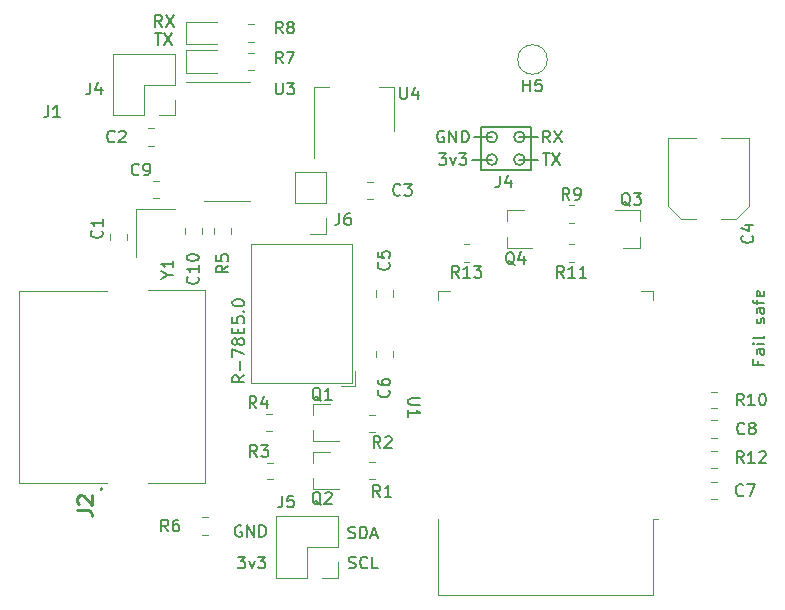
<source format=gto>
G04 #@! TF.GenerationSoftware,KiCad,Pcbnew,(5.1.9-0-10_14)*
G04 #@! TF.CreationDate,2021-10-19T13:09:04+02:00*
G04 #@! TF.ProjectId,ithowifi_4l,6974686f-7769-4666-995f-346c2e6b6963,rev?*
G04 #@! TF.SameCoordinates,Original*
G04 #@! TF.FileFunction,Legend,Top*
G04 #@! TF.FilePolarity,Positive*
%FSLAX46Y46*%
G04 Gerber Fmt 4.6, Leading zero omitted, Abs format (unit mm)*
G04 Created by KiCad (PCBNEW (5.1.9-0-10_14)) date 2021-10-19 13:09:04*
%MOMM*%
%LPD*%
G01*
G04 APERTURE LIST*
%ADD10C,0.150000*%
%ADD11C,0.120000*%
%ADD12C,0.200000*%
%ADD13C,0.100000*%
%ADD14C,0.254000*%
G04 APERTURE END LIST*
D10*
X93776095Y-119380000D02*
X95377000Y-119380000D01*
X93776095Y-117475000D02*
X95377000Y-117475000D01*
X91440000Y-117475000D02*
X89916000Y-117475000D01*
X91440000Y-119380000D02*
X89789000Y-119380000D01*
X94234000Y-117475000D02*
G75*
G03*
X94234000Y-117475000I-457905J0D01*
G01*
X94234000Y-119380000D02*
G75*
G03*
X94234000Y-119380000I-457905J0D01*
G01*
X91897905Y-117475000D02*
G75*
G03*
X91897905Y-117475000I-457905J0D01*
G01*
X91897905Y-119380000D02*
G75*
G03*
X91897905Y-119380000I-457905J0D01*
G01*
X90551000Y-116586000D02*
X90551000Y-116713000D01*
X94742000Y-116586000D02*
X90551000Y-116586000D01*
X94742000Y-120269000D02*
X94742000Y-116586000D01*
X90551000Y-120269000D02*
X94742000Y-120269000D01*
X90551000Y-116713000D02*
X90551000Y-120269000D01*
X92122666Y-120737380D02*
X92122666Y-121451666D01*
X92075047Y-121594523D01*
X91979809Y-121689761D01*
X91836952Y-121737380D01*
X91741714Y-121737380D01*
X93027428Y-121070714D02*
X93027428Y-121737380D01*
X92789333Y-120689761D02*
X92551238Y-121404047D01*
X93170285Y-121404047D01*
X95758095Y-118832380D02*
X96329523Y-118832380D01*
X96043809Y-119832380D02*
X96043809Y-118832380D01*
X96567619Y-118832380D02*
X97234285Y-119832380D01*
X97234285Y-118832380D02*
X96567619Y-119832380D01*
X96353333Y-117927380D02*
X96020000Y-117451190D01*
X95781904Y-117927380D02*
X95781904Y-116927380D01*
X96162857Y-116927380D01*
X96258095Y-116975000D01*
X96305714Y-117022619D01*
X96353333Y-117117857D01*
X96353333Y-117260714D01*
X96305714Y-117355952D01*
X96258095Y-117403571D01*
X96162857Y-117451190D01*
X95781904Y-117451190D01*
X96686666Y-116927380D02*
X97353333Y-117927380D01*
X97353333Y-116927380D02*
X96686666Y-117927380D01*
X86947523Y-118832380D02*
X87566571Y-118832380D01*
X87233238Y-119213333D01*
X87376095Y-119213333D01*
X87471333Y-119260952D01*
X87518952Y-119308571D01*
X87566571Y-119403809D01*
X87566571Y-119641904D01*
X87518952Y-119737142D01*
X87471333Y-119784761D01*
X87376095Y-119832380D01*
X87090380Y-119832380D01*
X86995142Y-119784761D01*
X86947523Y-119737142D01*
X87899904Y-119165714D02*
X88138000Y-119832380D01*
X88376095Y-119165714D01*
X88661809Y-118832380D02*
X89280857Y-118832380D01*
X88947523Y-119213333D01*
X89090380Y-119213333D01*
X89185619Y-119260952D01*
X89233238Y-119308571D01*
X89280857Y-119403809D01*
X89280857Y-119641904D01*
X89233238Y-119737142D01*
X89185619Y-119784761D01*
X89090380Y-119832380D01*
X88804666Y-119832380D01*
X88709428Y-119784761D01*
X88661809Y-119737142D01*
X87376095Y-116975000D02*
X87280857Y-116927380D01*
X87138000Y-116927380D01*
X86995142Y-116975000D01*
X86899904Y-117070238D01*
X86852285Y-117165476D01*
X86804666Y-117355952D01*
X86804666Y-117498809D01*
X86852285Y-117689285D01*
X86899904Y-117784523D01*
X86995142Y-117879761D01*
X87138000Y-117927380D01*
X87233238Y-117927380D01*
X87376095Y-117879761D01*
X87423714Y-117832142D01*
X87423714Y-117498809D01*
X87233238Y-117498809D01*
X87852285Y-117927380D02*
X87852285Y-116927380D01*
X88423714Y-117927380D01*
X88423714Y-116927380D01*
X88899904Y-117927380D02*
X88899904Y-116927380D01*
X89138000Y-116927380D01*
X89280857Y-116975000D01*
X89376095Y-117070238D01*
X89423714Y-117165476D01*
X89471333Y-117355952D01*
X89471333Y-117498809D01*
X89423714Y-117689285D01*
X89376095Y-117784523D01*
X89280857Y-117879761D01*
X89138000Y-117927380D01*
X88899904Y-117927380D01*
X69929523Y-152995380D02*
X70548571Y-152995380D01*
X70215238Y-153376333D01*
X70358095Y-153376333D01*
X70453333Y-153423952D01*
X70500952Y-153471571D01*
X70548571Y-153566809D01*
X70548571Y-153804904D01*
X70500952Y-153900142D01*
X70453333Y-153947761D01*
X70358095Y-153995380D01*
X70072380Y-153995380D01*
X69977142Y-153947761D01*
X69929523Y-153900142D01*
X70881904Y-153328714D02*
X71120000Y-153995380D01*
X71358095Y-153328714D01*
X71643809Y-152995380D02*
X72262857Y-152995380D01*
X71929523Y-153376333D01*
X72072380Y-153376333D01*
X72167619Y-153423952D01*
X72215238Y-153471571D01*
X72262857Y-153566809D01*
X72262857Y-153804904D01*
X72215238Y-153900142D01*
X72167619Y-153947761D01*
X72072380Y-153995380D01*
X71786666Y-153995380D01*
X71691428Y-153947761D01*
X71643809Y-153900142D01*
X70231095Y-150376000D02*
X70135857Y-150328380D01*
X69993000Y-150328380D01*
X69850142Y-150376000D01*
X69754904Y-150471238D01*
X69707285Y-150566476D01*
X69659666Y-150756952D01*
X69659666Y-150899809D01*
X69707285Y-151090285D01*
X69754904Y-151185523D01*
X69850142Y-151280761D01*
X69993000Y-151328380D01*
X70088238Y-151328380D01*
X70231095Y-151280761D01*
X70278714Y-151233142D01*
X70278714Y-150899809D01*
X70088238Y-150899809D01*
X70707285Y-151328380D02*
X70707285Y-150328380D01*
X71278714Y-151328380D01*
X71278714Y-150328380D01*
X71754904Y-151328380D02*
X71754904Y-150328380D01*
X71993000Y-150328380D01*
X72135857Y-150376000D01*
X72231095Y-150471238D01*
X72278714Y-150566476D01*
X72326333Y-150756952D01*
X72326333Y-150899809D01*
X72278714Y-151090285D01*
X72231095Y-151185523D01*
X72135857Y-151280761D01*
X71993000Y-151328380D01*
X71754904Y-151328380D01*
X79303714Y-151407761D02*
X79446571Y-151455380D01*
X79684666Y-151455380D01*
X79779904Y-151407761D01*
X79827523Y-151360142D01*
X79875142Y-151264904D01*
X79875142Y-151169666D01*
X79827523Y-151074428D01*
X79779904Y-151026809D01*
X79684666Y-150979190D01*
X79494190Y-150931571D01*
X79398952Y-150883952D01*
X79351333Y-150836333D01*
X79303714Y-150741095D01*
X79303714Y-150645857D01*
X79351333Y-150550619D01*
X79398952Y-150503000D01*
X79494190Y-150455380D01*
X79732285Y-150455380D01*
X79875142Y-150503000D01*
X80303714Y-151455380D02*
X80303714Y-150455380D01*
X80541809Y-150455380D01*
X80684666Y-150503000D01*
X80779904Y-150598238D01*
X80827523Y-150693476D01*
X80875142Y-150883952D01*
X80875142Y-151026809D01*
X80827523Y-151217285D01*
X80779904Y-151312523D01*
X80684666Y-151407761D01*
X80541809Y-151455380D01*
X80303714Y-151455380D01*
X81256095Y-151169666D02*
X81732285Y-151169666D01*
X81160857Y-151455380D02*
X81494190Y-150455380D01*
X81827523Y-151455380D01*
X79327523Y-153947761D02*
X79470380Y-153995380D01*
X79708476Y-153995380D01*
X79803714Y-153947761D01*
X79851333Y-153900142D01*
X79898952Y-153804904D01*
X79898952Y-153709666D01*
X79851333Y-153614428D01*
X79803714Y-153566809D01*
X79708476Y-153519190D01*
X79518000Y-153471571D01*
X79422761Y-153423952D01*
X79375142Y-153376333D01*
X79327523Y-153281095D01*
X79327523Y-153185857D01*
X79375142Y-153090619D01*
X79422761Y-153043000D01*
X79518000Y-152995380D01*
X79756095Y-152995380D01*
X79898952Y-153043000D01*
X80898952Y-153900142D02*
X80851333Y-153947761D01*
X80708476Y-153995380D01*
X80613238Y-153995380D01*
X80470380Y-153947761D01*
X80375142Y-153852523D01*
X80327523Y-153757285D01*
X80279904Y-153566809D01*
X80279904Y-153423952D01*
X80327523Y-153233476D01*
X80375142Y-153138238D01*
X80470380Y-153043000D01*
X80613238Y-152995380D01*
X80708476Y-152995380D01*
X80851333Y-153043000D01*
X80898952Y-153090619D01*
X81803714Y-153995380D02*
X81327523Y-153995380D01*
X81327523Y-152995380D01*
D11*
X77403000Y-120463000D02*
X74743000Y-120463000D01*
X77403000Y-123063000D02*
X77403000Y-120463000D01*
X74743000Y-123063000D02*
X74743000Y-120463000D01*
X77403000Y-123063000D02*
X74743000Y-123063000D01*
X77403000Y-124333000D02*
X77403000Y-125663000D01*
X77403000Y-125663000D02*
X76073000Y-125663000D01*
X64642000Y-123603000D02*
X61342000Y-123603000D01*
X61342000Y-123603000D02*
X61342000Y-127603000D01*
X69013400Y-112799600D02*
X65563400Y-112799600D01*
X69013400Y-112799600D02*
X70963400Y-112799600D01*
X69013400Y-122919600D02*
X67063400Y-122919600D01*
X69013400Y-122919600D02*
X70963400Y-122919600D01*
X96132700Y-110909100D02*
G75*
G03*
X96132700Y-110909100I-1251000J0D01*
G01*
X65432000Y-125148748D02*
X65432000Y-125671252D01*
X66902000Y-125148748D02*
X66902000Y-125671252D01*
X63253252Y-121185000D02*
X62730748Y-121185000D01*
X63253252Y-122655000D02*
X62730748Y-122655000D01*
X109989948Y-142924200D02*
X110512452Y-142924200D01*
X109989948Y-141454200D02*
X110512452Y-141454200D01*
X64576000Y-110430000D02*
X59376000Y-110430000D01*
X64576000Y-113030000D02*
X64576000Y-110430000D01*
X59376000Y-115630000D02*
X59376000Y-110430000D01*
X64576000Y-113030000D02*
X61976000Y-113030000D01*
X61976000Y-113030000D02*
X61976000Y-115630000D01*
X61976000Y-115630000D02*
X59376000Y-115630000D01*
X64576000Y-114300000D02*
X64576000Y-115630000D01*
X64576000Y-115630000D02*
X63246000Y-115630000D01*
X81399052Y-122718500D02*
X80876548Y-122718500D01*
X81399052Y-121248500D02*
X80876548Y-121248500D01*
X97950436Y-124721000D02*
X98404564Y-124721000D01*
X97950436Y-123251000D02*
X98404564Y-123251000D01*
X71276564Y-107931000D02*
X70822436Y-107931000D01*
X71276564Y-109401000D02*
X70822436Y-109401000D01*
X71276564Y-110357000D02*
X70822436Y-110357000D01*
X71276564Y-111827000D02*
X70822436Y-111827000D01*
X67369564Y-149667000D02*
X66915436Y-149667000D01*
X67369564Y-151137000D02*
X66915436Y-151137000D01*
X62811252Y-116740000D02*
X62288748Y-116740000D01*
X62811252Y-118210000D02*
X62288748Y-118210000D01*
X60552000Y-126179252D02*
X60552000Y-125656748D01*
X59082000Y-126179252D02*
X59082000Y-125656748D01*
X76367300Y-119217500D02*
X76367300Y-113207500D01*
X83187300Y-116967500D02*
X83187300Y-113207500D01*
X76367300Y-113207500D02*
X77627300Y-113207500D01*
X83187300Y-113207500D02*
X81927300Y-113207500D01*
X79880000Y-138519000D02*
X79880000Y-137279000D01*
X78640000Y-138519000D02*
X79880000Y-138519000D01*
X71020000Y-126558000D02*
X79640000Y-126558000D01*
X71020000Y-138279000D02*
X79640000Y-138279000D01*
X79640000Y-138279000D02*
X79640000Y-126558000D01*
X71020000Y-138279000D02*
X71020000Y-126558000D01*
X89514564Y-126553000D02*
X89060436Y-126553000D01*
X89514564Y-128023000D02*
X89060436Y-128023000D01*
X110469564Y-144019600D02*
X110015436Y-144019600D01*
X110469564Y-145489600D02*
X110015436Y-145489600D01*
X98404564Y-126553000D02*
X97950436Y-126553000D01*
X98404564Y-128023000D02*
X97950436Y-128023000D01*
X92695000Y-123676000D02*
X94155000Y-123676000D01*
X92695000Y-126836000D02*
X94855000Y-126836000D01*
X92695000Y-126836000D02*
X92695000Y-125906000D01*
X92695000Y-123676000D02*
X92695000Y-124606000D01*
X104010000Y-126836000D02*
X102550000Y-126836000D01*
X104010000Y-123676000D02*
X101850000Y-123676000D01*
X104010000Y-123676000D02*
X104010000Y-124606000D01*
X104010000Y-126836000D02*
X104010000Y-125906000D01*
D12*
X58372500Y-147376500D02*
X58372500Y-147376500D01*
X58372500Y-147176500D02*
X58372500Y-147176500D01*
D13*
X51432500Y-146736500D02*
X58832500Y-146736500D01*
X51432500Y-130476500D02*
X51432500Y-146736500D01*
X58832500Y-130476500D02*
X51432500Y-130476500D01*
X67182500Y-146736500D02*
X62332500Y-146736500D01*
X67182500Y-130456500D02*
X67182500Y-146736500D01*
X62332500Y-130456500D02*
X67182500Y-130456500D01*
D12*
X58372500Y-147376500D02*
G75*
G02*
X58372500Y-147176500I0J100000D01*
G01*
X58372500Y-147176500D02*
G75*
G02*
X58372500Y-147376500I0J-100000D01*
G01*
D11*
X110493252Y-146677500D02*
X109970748Y-146677500D01*
X110493252Y-148147500D02*
X109970748Y-148147500D01*
X81607500Y-135596748D02*
X81607500Y-136119252D01*
X83077500Y-135596748D02*
X83077500Y-136119252D01*
X112152563Y-124399000D02*
X113217000Y-123334563D01*
X107461437Y-124399000D02*
X106397000Y-123334563D01*
X107461437Y-124399000D02*
X108747000Y-124399000D01*
X112152563Y-124399000D02*
X110867000Y-124399000D01*
X113217000Y-123334563D02*
X113217000Y-117579000D01*
X106397000Y-123334563D02*
X106397000Y-117579000D01*
X106397000Y-117579000D02*
X108747000Y-117579000D01*
X113217000Y-117579000D02*
X110867000Y-117579000D01*
X78402000Y-154780000D02*
X77072000Y-154780000D01*
X78402000Y-153450000D02*
X78402000Y-154780000D01*
X75802000Y-154780000D02*
X73202000Y-154780000D01*
X75802000Y-152180000D02*
X75802000Y-154780000D01*
X78402000Y-152180000D02*
X75802000Y-152180000D01*
X73202000Y-154780000D02*
X73202000Y-149580000D01*
X78402000Y-152180000D02*
X78402000Y-149580000D01*
X78402000Y-149580000D02*
X73202000Y-149580000D01*
X105097600Y-149805400D02*
X105477600Y-149805400D01*
X105097600Y-156225400D02*
X105097600Y-149805400D01*
X86857600Y-156225400D02*
X86857600Y-149805400D01*
X105097600Y-156225400D02*
X86857600Y-156225400D01*
X86857600Y-130480400D02*
X87857600Y-130480400D01*
X86857600Y-131260400D02*
X86857600Y-130480400D01*
X105097600Y-130480400D02*
X104097600Y-130480400D01*
X105097600Y-131260400D02*
X105097600Y-130480400D01*
X110477578Y-139024000D02*
X109960422Y-139024000D01*
X110477578Y-140444000D02*
X109960422Y-140444000D01*
X65514500Y-112052000D02*
X68199500Y-112052000D01*
X65514500Y-110132000D02*
X65514500Y-112052000D01*
X68199500Y-110132000D02*
X65514500Y-110132000D01*
X81632500Y-130458422D02*
X81632500Y-130975578D01*
X83052500Y-130458422D02*
X83052500Y-130975578D01*
X65514500Y-109626000D02*
X68199500Y-109626000D01*
X65514500Y-107706000D02*
X65514500Y-109626000D01*
X68199500Y-107706000D02*
X65514500Y-107706000D01*
X67946200Y-125138922D02*
X67946200Y-125656078D01*
X69366200Y-125138922D02*
X69366200Y-125656078D01*
X72837078Y-140916500D02*
X72319922Y-140916500D01*
X72837078Y-142336500D02*
X72319922Y-142336500D01*
X72889578Y-145045000D02*
X72372422Y-145045000D01*
X72889578Y-146465000D02*
X72372422Y-146465000D01*
X81052922Y-142412500D02*
X81570078Y-142412500D01*
X81052922Y-140992500D02*
X81570078Y-140992500D01*
X81052922Y-146413000D02*
X81570078Y-146413000D01*
X81052922Y-144993000D02*
X81570078Y-144993000D01*
X76301000Y-140087100D02*
X77761000Y-140087100D01*
X76301000Y-143247100D02*
X78461000Y-143247100D01*
X76301000Y-143247100D02*
X76301000Y-142317100D01*
X76301000Y-140087100D02*
X76301000Y-141017100D01*
X76301000Y-144149600D02*
X77761000Y-144149600D01*
X76301000Y-147309600D02*
X78461000Y-147309600D01*
X76301000Y-147309600D02*
X76301000Y-146379600D01*
X76301000Y-144149600D02*
X76301000Y-145079600D01*
D10*
X78533666Y-123912380D02*
X78533666Y-124626666D01*
X78486047Y-124769523D01*
X78390809Y-124864761D01*
X78247952Y-124912380D01*
X78152714Y-124912380D01*
X79438428Y-123912380D02*
X79247952Y-123912380D01*
X79152714Y-123960000D01*
X79105095Y-124007619D01*
X79009857Y-124150476D01*
X78962238Y-124340952D01*
X78962238Y-124721904D01*
X79009857Y-124817142D01*
X79057476Y-124864761D01*
X79152714Y-124912380D01*
X79343190Y-124912380D01*
X79438428Y-124864761D01*
X79486047Y-124817142D01*
X79533666Y-124721904D01*
X79533666Y-124483809D01*
X79486047Y-124388571D01*
X79438428Y-124340952D01*
X79343190Y-124293333D01*
X79152714Y-124293333D01*
X79057476Y-124340952D01*
X79009857Y-124388571D01*
X78962238Y-124483809D01*
X63984190Y-129127190D02*
X64460380Y-129127190D01*
X63460380Y-129460523D02*
X63984190Y-129127190D01*
X63460380Y-128793857D01*
X64460380Y-127936714D02*
X64460380Y-128508142D01*
X64460380Y-128222428D02*
X63460380Y-128222428D01*
X63603238Y-128317666D01*
X63698476Y-128412904D01*
X63746095Y-128508142D01*
X73152095Y-112863380D02*
X73152095Y-113672904D01*
X73199714Y-113768142D01*
X73247333Y-113815761D01*
X73342571Y-113863380D01*
X73533047Y-113863380D01*
X73628285Y-113815761D01*
X73675904Y-113768142D01*
X73723523Y-113672904D01*
X73723523Y-112863380D01*
X74104476Y-112863380D02*
X74723523Y-112863380D01*
X74390190Y-113244333D01*
X74533047Y-113244333D01*
X74628285Y-113291952D01*
X74675904Y-113339571D01*
X74723523Y-113434809D01*
X74723523Y-113672904D01*
X74675904Y-113768142D01*
X74628285Y-113815761D01*
X74533047Y-113863380D01*
X74247333Y-113863380D01*
X74152095Y-113815761D01*
X74104476Y-113768142D01*
X94119795Y-113611480D02*
X94119795Y-112611480D01*
X94119795Y-113087671D02*
X94691223Y-113087671D01*
X94691223Y-113611480D02*
X94691223Y-112611480D01*
X95643604Y-112611480D02*
X95167414Y-112611480D01*
X95119795Y-113087671D01*
X95167414Y-113040052D01*
X95262652Y-112992433D01*
X95500747Y-112992433D01*
X95595985Y-113040052D01*
X95643604Y-113087671D01*
X95691223Y-113182909D01*
X95691223Y-113421004D01*
X95643604Y-113516242D01*
X95595985Y-113563861D01*
X95500747Y-113611480D01*
X95262652Y-113611480D01*
X95167414Y-113563861D01*
X95119795Y-113516242D01*
X66524142Y-129293857D02*
X66571761Y-129341476D01*
X66619380Y-129484333D01*
X66619380Y-129579571D01*
X66571761Y-129722428D01*
X66476523Y-129817666D01*
X66381285Y-129865285D01*
X66190809Y-129912904D01*
X66047952Y-129912904D01*
X65857476Y-129865285D01*
X65762238Y-129817666D01*
X65667000Y-129722428D01*
X65619380Y-129579571D01*
X65619380Y-129484333D01*
X65667000Y-129341476D01*
X65714619Y-129293857D01*
X66619380Y-128341476D02*
X66619380Y-128912904D01*
X66619380Y-128627190D02*
X65619380Y-128627190D01*
X65762238Y-128722428D01*
X65857476Y-128817666D01*
X65905095Y-128912904D01*
X65619380Y-127722428D02*
X65619380Y-127627190D01*
X65667000Y-127531952D01*
X65714619Y-127484333D01*
X65809857Y-127436714D01*
X66000333Y-127389095D01*
X66238428Y-127389095D01*
X66428904Y-127436714D01*
X66524142Y-127484333D01*
X66571761Y-127531952D01*
X66619380Y-127627190D01*
X66619380Y-127722428D01*
X66571761Y-127817666D01*
X66524142Y-127865285D01*
X66428904Y-127912904D01*
X66238428Y-127960523D01*
X66000333Y-127960523D01*
X65809857Y-127912904D01*
X65714619Y-127865285D01*
X65667000Y-127817666D01*
X65619380Y-127722428D01*
X61555333Y-120626142D02*
X61507714Y-120673761D01*
X61364857Y-120721380D01*
X61269619Y-120721380D01*
X61126761Y-120673761D01*
X61031523Y-120578523D01*
X60983904Y-120483285D01*
X60936285Y-120292809D01*
X60936285Y-120149952D01*
X60983904Y-119959476D01*
X61031523Y-119864238D01*
X61126761Y-119769000D01*
X61269619Y-119721380D01*
X61364857Y-119721380D01*
X61507714Y-119769000D01*
X61555333Y-119816619D01*
X62031523Y-120721380D02*
X62222000Y-120721380D01*
X62317238Y-120673761D01*
X62364857Y-120626142D01*
X62460095Y-120483285D01*
X62507714Y-120292809D01*
X62507714Y-119911857D01*
X62460095Y-119816619D01*
X62412476Y-119769000D01*
X62317238Y-119721380D01*
X62126761Y-119721380D01*
X62031523Y-119769000D01*
X61983904Y-119816619D01*
X61936285Y-119911857D01*
X61936285Y-120149952D01*
X61983904Y-120245190D01*
X62031523Y-120292809D01*
X62126761Y-120340428D01*
X62317238Y-120340428D01*
X62412476Y-120292809D01*
X62460095Y-120245190D01*
X62507714Y-120149952D01*
X113999971Y-136399904D02*
X113999971Y-136733238D01*
X114523780Y-136733238D02*
X113523780Y-136733238D01*
X113523780Y-136257047D01*
X114523780Y-135447523D02*
X113999971Y-135447523D01*
X113904733Y-135495142D01*
X113857114Y-135590380D01*
X113857114Y-135780857D01*
X113904733Y-135876095D01*
X114476161Y-135447523D02*
X114523780Y-135542761D01*
X114523780Y-135780857D01*
X114476161Y-135876095D01*
X114380923Y-135923714D01*
X114285685Y-135923714D01*
X114190447Y-135876095D01*
X114142828Y-135780857D01*
X114142828Y-135542761D01*
X114095209Y-135447523D01*
X114523780Y-134971333D02*
X113857114Y-134971333D01*
X113523780Y-134971333D02*
X113571400Y-135018952D01*
X113619019Y-134971333D01*
X113571400Y-134923714D01*
X113523780Y-134971333D01*
X113619019Y-134971333D01*
X114523780Y-134352285D02*
X114476161Y-134447523D01*
X114380923Y-134495142D01*
X113523780Y-134495142D01*
X114476161Y-133257047D02*
X114523780Y-133161809D01*
X114523780Y-132971333D01*
X114476161Y-132876095D01*
X114380923Y-132828476D01*
X114333304Y-132828476D01*
X114238066Y-132876095D01*
X114190447Y-132971333D01*
X114190447Y-133114190D01*
X114142828Y-133209428D01*
X114047590Y-133257047D01*
X113999971Y-133257047D01*
X113904733Y-133209428D01*
X113857114Y-133114190D01*
X113857114Y-132971333D01*
X113904733Y-132876095D01*
X114523780Y-131971333D02*
X113999971Y-131971333D01*
X113904733Y-132018952D01*
X113857114Y-132114190D01*
X113857114Y-132304666D01*
X113904733Y-132399904D01*
X114476161Y-131971333D02*
X114523780Y-132066571D01*
X114523780Y-132304666D01*
X114476161Y-132399904D01*
X114380923Y-132447523D01*
X114285685Y-132447523D01*
X114190447Y-132399904D01*
X114142828Y-132304666D01*
X114142828Y-132066571D01*
X114095209Y-131971333D01*
X113857114Y-131638000D02*
X113857114Y-131257047D01*
X114523780Y-131495142D02*
X113666638Y-131495142D01*
X113571400Y-131447523D01*
X113523780Y-131352285D01*
X113523780Y-131257047D01*
X114476161Y-130542761D02*
X114523780Y-130638000D01*
X114523780Y-130828476D01*
X114476161Y-130923714D01*
X114380923Y-130971333D01*
X113999971Y-130971333D01*
X113904733Y-130923714D01*
X113857114Y-130828476D01*
X113857114Y-130638000D01*
X113904733Y-130542761D01*
X113999971Y-130495142D01*
X114095209Y-130495142D01*
X114190447Y-130971333D01*
X53870266Y-114793780D02*
X53870266Y-115508066D01*
X53822647Y-115650923D01*
X53727409Y-115746161D01*
X53584552Y-115793780D01*
X53489314Y-115793780D01*
X54870266Y-115793780D02*
X54298838Y-115793780D01*
X54584552Y-115793780D02*
X54584552Y-114793780D01*
X54489314Y-114936638D01*
X54394076Y-115031876D01*
X54298838Y-115079495D01*
X112815033Y-142546342D02*
X112767414Y-142593961D01*
X112624557Y-142641580D01*
X112529319Y-142641580D01*
X112386461Y-142593961D01*
X112291223Y-142498723D01*
X112243604Y-142403485D01*
X112195985Y-142213009D01*
X112195985Y-142070152D01*
X112243604Y-141879676D01*
X112291223Y-141784438D01*
X112386461Y-141689200D01*
X112529319Y-141641580D01*
X112624557Y-141641580D01*
X112767414Y-141689200D01*
X112815033Y-141736819D01*
X113386461Y-142070152D02*
X113291223Y-142022533D01*
X113243604Y-141974914D01*
X113195985Y-141879676D01*
X113195985Y-141832057D01*
X113243604Y-141736819D01*
X113291223Y-141689200D01*
X113386461Y-141641580D01*
X113576938Y-141641580D01*
X113672176Y-141689200D01*
X113719795Y-141736819D01*
X113767414Y-141832057D01*
X113767414Y-141879676D01*
X113719795Y-141974914D01*
X113672176Y-142022533D01*
X113576938Y-142070152D01*
X113386461Y-142070152D01*
X113291223Y-142117771D01*
X113243604Y-142165390D01*
X113195985Y-142260628D01*
X113195985Y-142451104D01*
X113243604Y-142546342D01*
X113291223Y-142593961D01*
X113386461Y-142641580D01*
X113576938Y-142641580D01*
X113672176Y-142593961D01*
X113719795Y-142546342D01*
X113767414Y-142451104D01*
X113767414Y-142260628D01*
X113719795Y-142165390D01*
X113672176Y-142117771D01*
X113576938Y-142070152D01*
X57451666Y-112863380D02*
X57451666Y-113577666D01*
X57404047Y-113720523D01*
X57308809Y-113815761D01*
X57165952Y-113863380D01*
X57070714Y-113863380D01*
X58356428Y-113196714D02*
X58356428Y-113863380D01*
X58118333Y-112815761D02*
X57880238Y-113530047D01*
X58499285Y-113530047D01*
X83704133Y-122340642D02*
X83656514Y-122388261D01*
X83513657Y-122435880D01*
X83418419Y-122435880D01*
X83275561Y-122388261D01*
X83180323Y-122293023D01*
X83132704Y-122197785D01*
X83085085Y-122007309D01*
X83085085Y-121864452D01*
X83132704Y-121673976D01*
X83180323Y-121578738D01*
X83275561Y-121483500D01*
X83418419Y-121435880D01*
X83513657Y-121435880D01*
X83656514Y-121483500D01*
X83704133Y-121531119D01*
X84037466Y-121435880D02*
X84656514Y-121435880D01*
X84323180Y-121816833D01*
X84466038Y-121816833D01*
X84561276Y-121864452D01*
X84608895Y-121912071D01*
X84656514Y-122007309D01*
X84656514Y-122245404D01*
X84608895Y-122340642D01*
X84561276Y-122388261D01*
X84466038Y-122435880D01*
X84180323Y-122435880D01*
X84085085Y-122388261D01*
X84037466Y-122340642D01*
X98010833Y-122788380D02*
X97677500Y-122312190D01*
X97439404Y-122788380D02*
X97439404Y-121788380D01*
X97820357Y-121788380D01*
X97915595Y-121836000D01*
X97963214Y-121883619D01*
X98010833Y-121978857D01*
X98010833Y-122121714D01*
X97963214Y-122216952D01*
X97915595Y-122264571D01*
X97820357Y-122312190D01*
X97439404Y-122312190D01*
X98487023Y-122788380D02*
X98677500Y-122788380D01*
X98772738Y-122740761D01*
X98820357Y-122693142D01*
X98915595Y-122550285D01*
X98963214Y-122359809D01*
X98963214Y-121978857D01*
X98915595Y-121883619D01*
X98867976Y-121836000D01*
X98772738Y-121788380D01*
X98582261Y-121788380D01*
X98487023Y-121836000D01*
X98439404Y-121883619D01*
X98391785Y-121978857D01*
X98391785Y-122216952D01*
X98439404Y-122312190D01*
X98487023Y-122359809D01*
X98582261Y-122407428D01*
X98772738Y-122407428D01*
X98867976Y-122359809D01*
X98915595Y-122312190D01*
X98963214Y-122216952D01*
X73730333Y-108690380D02*
X73397000Y-108214190D01*
X73158904Y-108690380D02*
X73158904Y-107690380D01*
X73539857Y-107690380D01*
X73635095Y-107738000D01*
X73682714Y-107785619D01*
X73730333Y-107880857D01*
X73730333Y-108023714D01*
X73682714Y-108118952D01*
X73635095Y-108166571D01*
X73539857Y-108214190D01*
X73158904Y-108214190D01*
X74301761Y-108118952D02*
X74206523Y-108071333D01*
X74158904Y-108023714D01*
X74111285Y-107928476D01*
X74111285Y-107880857D01*
X74158904Y-107785619D01*
X74206523Y-107738000D01*
X74301761Y-107690380D01*
X74492238Y-107690380D01*
X74587476Y-107738000D01*
X74635095Y-107785619D01*
X74682714Y-107880857D01*
X74682714Y-107928476D01*
X74635095Y-108023714D01*
X74587476Y-108071333D01*
X74492238Y-108118952D01*
X74301761Y-108118952D01*
X74206523Y-108166571D01*
X74158904Y-108214190D01*
X74111285Y-108309428D01*
X74111285Y-108499904D01*
X74158904Y-108595142D01*
X74206523Y-108642761D01*
X74301761Y-108690380D01*
X74492238Y-108690380D01*
X74587476Y-108642761D01*
X74635095Y-108595142D01*
X74682714Y-108499904D01*
X74682714Y-108309428D01*
X74635095Y-108214190D01*
X74587476Y-108166571D01*
X74492238Y-108118952D01*
X73730333Y-111230380D02*
X73397000Y-110754190D01*
X73158904Y-111230380D02*
X73158904Y-110230380D01*
X73539857Y-110230380D01*
X73635095Y-110278000D01*
X73682714Y-110325619D01*
X73730333Y-110420857D01*
X73730333Y-110563714D01*
X73682714Y-110658952D01*
X73635095Y-110706571D01*
X73539857Y-110754190D01*
X73158904Y-110754190D01*
X74063666Y-110230380D02*
X74730333Y-110230380D01*
X74301761Y-111230380D01*
X64031333Y-150854380D02*
X63698000Y-150378190D01*
X63459904Y-150854380D02*
X63459904Y-149854380D01*
X63840857Y-149854380D01*
X63936095Y-149902000D01*
X63983714Y-149949619D01*
X64031333Y-150044857D01*
X64031333Y-150187714D01*
X63983714Y-150282952D01*
X63936095Y-150330571D01*
X63840857Y-150378190D01*
X63459904Y-150378190D01*
X64888476Y-149854380D02*
X64698000Y-149854380D01*
X64602761Y-149902000D01*
X64555142Y-149949619D01*
X64459904Y-150092476D01*
X64412285Y-150282952D01*
X64412285Y-150663904D01*
X64459904Y-150759142D01*
X64507523Y-150806761D01*
X64602761Y-150854380D01*
X64793238Y-150854380D01*
X64888476Y-150806761D01*
X64936095Y-150759142D01*
X64983714Y-150663904D01*
X64983714Y-150425809D01*
X64936095Y-150330571D01*
X64888476Y-150282952D01*
X64793238Y-150235333D01*
X64602761Y-150235333D01*
X64507523Y-150282952D01*
X64459904Y-150330571D01*
X64412285Y-150425809D01*
X59495333Y-117832142D02*
X59447714Y-117879761D01*
X59304857Y-117927380D01*
X59209619Y-117927380D01*
X59066761Y-117879761D01*
X58971523Y-117784523D01*
X58923904Y-117689285D01*
X58876285Y-117498809D01*
X58876285Y-117355952D01*
X58923904Y-117165476D01*
X58971523Y-117070238D01*
X59066761Y-116975000D01*
X59209619Y-116927380D01*
X59304857Y-116927380D01*
X59447714Y-116975000D01*
X59495333Y-117022619D01*
X59876285Y-117022619D02*
X59923904Y-116975000D01*
X60019142Y-116927380D01*
X60257238Y-116927380D01*
X60352476Y-116975000D01*
X60400095Y-117022619D01*
X60447714Y-117117857D01*
X60447714Y-117213095D01*
X60400095Y-117355952D01*
X59828666Y-117927380D01*
X60447714Y-117927380D01*
X58396142Y-125388666D02*
X58443761Y-125436285D01*
X58491380Y-125579142D01*
X58491380Y-125674380D01*
X58443761Y-125817238D01*
X58348523Y-125912476D01*
X58253285Y-125960095D01*
X58062809Y-126007714D01*
X57919952Y-126007714D01*
X57729476Y-125960095D01*
X57634238Y-125912476D01*
X57539000Y-125817238D01*
X57491380Y-125674380D01*
X57491380Y-125579142D01*
X57539000Y-125436285D01*
X57586619Y-125388666D01*
X58491380Y-124436285D02*
X58491380Y-125007714D01*
X58491380Y-124722000D02*
X57491380Y-124722000D01*
X57634238Y-124817238D01*
X57729476Y-124912476D01*
X57777095Y-125007714D01*
X83680395Y-113244380D02*
X83680395Y-114053904D01*
X83728014Y-114149142D01*
X83775633Y-114196761D01*
X83870871Y-114244380D01*
X84061347Y-114244380D01*
X84156585Y-114196761D01*
X84204204Y-114149142D01*
X84251823Y-114053904D01*
X84251823Y-113244380D01*
X85156585Y-113577714D02*
X85156585Y-114244380D01*
X84918490Y-113196761D02*
X84680395Y-113911047D01*
X85299442Y-113911047D01*
X70472380Y-137651761D02*
X69996190Y-137985095D01*
X70472380Y-138223190D02*
X69472380Y-138223190D01*
X69472380Y-137842238D01*
X69520000Y-137747000D01*
X69567619Y-137699380D01*
X69662857Y-137651761D01*
X69805714Y-137651761D01*
X69900952Y-137699380D01*
X69948571Y-137747000D01*
X69996190Y-137842238D01*
X69996190Y-138223190D01*
X70091428Y-137223190D02*
X70091428Y-136461285D01*
X69472380Y-136080333D02*
X69472380Y-135413666D01*
X70472380Y-135842238D01*
X69900952Y-134889857D02*
X69853333Y-134985095D01*
X69805714Y-135032714D01*
X69710476Y-135080333D01*
X69662857Y-135080333D01*
X69567619Y-135032714D01*
X69520000Y-134985095D01*
X69472380Y-134889857D01*
X69472380Y-134699380D01*
X69520000Y-134604142D01*
X69567619Y-134556523D01*
X69662857Y-134508904D01*
X69710476Y-134508904D01*
X69805714Y-134556523D01*
X69853333Y-134604142D01*
X69900952Y-134699380D01*
X69900952Y-134889857D01*
X69948571Y-134985095D01*
X69996190Y-135032714D01*
X70091428Y-135080333D01*
X70281904Y-135080333D01*
X70377142Y-135032714D01*
X70424761Y-134985095D01*
X70472380Y-134889857D01*
X70472380Y-134699380D01*
X70424761Y-134604142D01*
X70377142Y-134556523D01*
X70281904Y-134508904D01*
X70091428Y-134508904D01*
X69996190Y-134556523D01*
X69948571Y-134604142D01*
X69900952Y-134699380D01*
X69948571Y-134080333D02*
X69948571Y-133747000D01*
X70472380Y-133604142D02*
X70472380Y-134080333D01*
X69472380Y-134080333D01*
X69472380Y-133604142D01*
X69472380Y-132699380D02*
X69472380Y-133175571D01*
X69948571Y-133223190D01*
X69900952Y-133175571D01*
X69853333Y-133080333D01*
X69853333Y-132842238D01*
X69900952Y-132747000D01*
X69948571Y-132699380D01*
X70043809Y-132651761D01*
X70281904Y-132651761D01*
X70377142Y-132699380D01*
X70424761Y-132747000D01*
X70472380Y-132842238D01*
X70472380Y-133080333D01*
X70424761Y-133175571D01*
X70377142Y-133223190D01*
X70377142Y-132223190D02*
X70424761Y-132175571D01*
X70472380Y-132223190D01*
X70424761Y-132270809D01*
X70377142Y-132223190D01*
X70472380Y-132223190D01*
X69472380Y-131556523D02*
X69472380Y-131461285D01*
X69520000Y-131366047D01*
X69567619Y-131318428D01*
X69662857Y-131270809D01*
X69853333Y-131223190D01*
X70091428Y-131223190D01*
X70281904Y-131270809D01*
X70377142Y-131318428D01*
X70424761Y-131366047D01*
X70472380Y-131461285D01*
X70472380Y-131556523D01*
X70424761Y-131651761D01*
X70377142Y-131699380D01*
X70281904Y-131747000D01*
X70091428Y-131794619D01*
X69853333Y-131794619D01*
X69662857Y-131747000D01*
X69567619Y-131699380D01*
X69520000Y-131651761D01*
X69472380Y-131556523D01*
X88644642Y-129390380D02*
X88311309Y-128914190D01*
X88073214Y-129390380D02*
X88073214Y-128390380D01*
X88454166Y-128390380D01*
X88549404Y-128438000D01*
X88597023Y-128485619D01*
X88644642Y-128580857D01*
X88644642Y-128723714D01*
X88597023Y-128818952D01*
X88549404Y-128866571D01*
X88454166Y-128914190D01*
X88073214Y-128914190D01*
X89597023Y-129390380D02*
X89025595Y-129390380D01*
X89311309Y-129390380D02*
X89311309Y-128390380D01*
X89216071Y-128533238D01*
X89120833Y-128628476D01*
X89025595Y-128676095D01*
X89930357Y-128390380D02*
X90549404Y-128390380D01*
X90216071Y-128771333D01*
X90358928Y-128771333D01*
X90454166Y-128818952D01*
X90501785Y-128866571D01*
X90549404Y-128961809D01*
X90549404Y-129199904D01*
X90501785Y-129295142D01*
X90454166Y-129342761D01*
X90358928Y-129390380D01*
X90073214Y-129390380D01*
X89977976Y-129342761D01*
X89930357Y-129295142D01*
X112751142Y-145079980D02*
X112417809Y-144603790D01*
X112179714Y-145079980D02*
X112179714Y-144079980D01*
X112560666Y-144079980D01*
X112655904Y-144127600D01*
X112703523Y-144175219D01*
X112751142Y-144270457D01*
X112751142Y-144413314D01*
X112703523Y-144508552D01*
X112655904Y-144556171D01*
X112560666Y-144603790D01*
X112179714Y-144603790D01*
X113703523Y-145079980D02*
X113132095Y-145079980D01*
X113417809Y-145079980D02*
X113417809Y-144079980D01*
X113322571Y-144222838D01*
X113227333Y-144318076D01*
X113132095Y-144365695D01*
X114084476Y-144175219D02*
X114132095Y-144127600D01*
X114227333Y-144079980D01*
X114465428Y-144079980D01*
X114560666Y-144127600D01*
X114608285Y-144175219D01*
X114655904Y-144270457D01*
X114655904Y-144365695D01*
X114608285Y-144508552D01*
X114036857Y-145079980D01*
X114655904Y-145079980D01*
X97534642Y-129390380D02*
X97201309Y-128914190D01*
X96963214Y-129390380D02*
X96963214Y-128390380D01*
X97344166Y-128390380D01*
X97439404Y-128438000D01*
X97487023Y-128485619D01*
X97534642Y-128580857D01*
X97534642Y-128723714D01*
X97487023Y-128818952D01*
X97439404Y-128866571D01*
X97344166Y-128914190D01*
X96963214Y-128914190D01*
X98487023Y-129390380D02*
X97915595Y-129390380D01*
X98201309Y-129390380D02*
X98201309Y-128390380D01*
X98106071Y-128533238D01*
X98010833Y-128628476D01*
X97915595Y-128676095D01*
X99439404Y-129390380D02*
X98867976Y-129390380D01*
X99153690Y-129390380D02*
X99153690Y-128390380D01*
X99058452Y-128533238D01*
X98963214Y-128628476D01*
X98867976Y-128676095D01*
X93359761Y-128303619D02*
X93264523Y-128256000D01*
X93169285Y-128160761D01*
X93026428Y-128017904D01*
X92931190Y-127970285D01*
X92835952Y-127970285D01*
X92883571Y-128208380D02*
X92788333Y-128160761D01*
X92693095Y-128065523D01*
X92645476Y-127875047D01*
X92645476Y-127541714D01*
X92693095Y-127351238D01*
X92788333Y-127256000D01*
X92883571Y-127208380D01*
X93074047Y-127208380D01*
X93169285Y-127256000D01*
X93264523Y-127351238D01*
X93312142Y-127541714D01*
X93312142Y-127875047D01*
X93264523Y-128065523D01*
X93169285Y-128160761D01*
X93074047Y-128208380D01*
X92883571Y-128208380D01*
X94169285Y-127541714D02*
X94169285Y-128208380D01*
X93931190Y-127160761D02*
X93693095Y-127875047D01*
X94312142Y-127875047D01*
X103154761Y-123303619D02*
X103059523Y-123256000D01*
X102964285Y-123160761D01*
X102821428Y-123017904D01*
X102726190Y-122970285D01*
X102630952Y-122970285D01*
X102678571Y-123208380D02*
X102583333Y-123160761D01*
X102488095Y-123065523D01*
X102440476Y-122875047D01*
X102440476Y-122541714D01*
X102488095Y-122351238D01*
X102583333Y-122256000D01*
X102678571Y-122208380D01*
X102869047Y-122208380D01*
X102964285Y-122256000D01*
X103059523Y-122351238D01*
X103107142Y-122541714D01*
X103107142Y-122875047D01*
X103059523Y-123065523D01*
X102964285Y-123160761D01*
X102869047Y-123208380D01*
X102678571Y-123208380D01*
X103440476Y-122208380D02*
X104059523Y-122208380D01*
X103726190Y-122589333D01*
X103869047Y-122589333D01*
X103964285Y-122636952D01*
X104011904Y-122684571D01*
X104059523Y-122779809D01*
X104059523Y-123017904D01*
X104011904Y-123113142D01*
X103964285Y-123160761D01*
X103869047Y-123208380D01*
X103583333Y-123208380D01*
X103488095Y-123160761D01*
X103440476Y-123113142D01*
D14*
X56327523Y-149076833D02*
X57234666Y-149076833D01*
X57416095Y-149137309D01*
X57537047Y-149258261D01*
X57597523Y-149439690D01*
X57597523Y-149560642D01*
X56448476Y-148532547D02*
X56388000Y-148472071D01*
X56327523Y-148351119D01*
X56327523Y-148048738D01*
X56388000Y-147927785D01*
X56448476Y-147867309D01*
X56569428Y-147806833D01*
X56690380Y-147806833D01*
X56871809Y-147867309D01*
X57597523Y-148593023D01*
X57597523Y-147806833D01*
D10*
X112719333Y-147774642D02*
X112671714Y-147822261D01*
X112528857Y-147869880D01*
X112433619Y-147869880D01*
X112290761Y-147822261D01*
X112195523Y-147727023D01*
X112147904Y-147631785D01*
X112100285Y-147441309D01*
X112100285Y-147298452D01*
X112147904Y-147107976D01*
X112195523Y-147012738D01*
X112290761Y-146917500D01*
X112433619Y-146869880D01*
X112528857Y-146869880D01*
X112671714Y-146917500D01*
X112719333Y-146965119D01*
X113052666Y-146869880D02*
X113719333Y-146869880D01*
X113290761Y-147869880D01*
X82699642Y-138884666D02*
X82747261Y-138932285D01*
X82794880Y-139075142D01*
X82794880Y-139170380D01*
X82747261Y-139313238D01*
X82652023Y-139408476D01*
X82556785Y-139456095D01*
X82366309Y-139503714D01*
X82223452Y-139503714D01*
X82032976Y-139456095D01*
X81937738Y-139408476D01*
X81842500Y-139313238D01*
X81794880Y-139170380D01*
X81794880Y-139075142D01*
X81842500Y-138932285D01*
X81890119Y-138884666D01*
X81794880Y-138027523D02*
X81794880Y-138218000D01*
X81842500Y-138313238D01*
X81890119Y-138360857D01*
X82032976Y-138456095D01*
X82223452Y-138503714D01*
X82604404Y-138503714D01*
X82699642Y-138456095D01*
X82747261Y-138408476D01*
X82794880Y-138313238D01*
X82794880Y-138122761D01*
X82747261Y-138027523D01*
X82699642Y-137979904D01*
X82604404Y-137932285D01*
X82366309Y-137932285D01*
X82271071Y-137979904D01*
X82223452Y-138027523D01*
X82175833Y-138122761D01*
X82175833Y-138313238D01*
X82223452Y-138408476D01*
X82271071Y-138456095D01*
X82366309Y-138503714D01*
X113480142Y-125816166D02*
X113527761Y-125863785D01*
X113575380Y-126006642D01*
X113575380Y-126101880D01*
X113527761Y-126244738D01*
X113432523Y-126339976D01*
X113337285Y-126387595D01*
X113146809Y-126435214D01*
X113003952Y-126435214D01*
X112813476Y-126387595D01*
X112718238Y-126339976D01*
X112623000Y-126244738D01*
X112575380Y-126101880D01*
X112575380Y-126006642D01*
X112623000Y-125863785D01*
X112670619Y-125816166D01*
X112908714Y-124959023D02*
X113575380Y-124959023D01*
X112527761Y-125197119D02*
X113242047Y-125435214D01*
X113242047Y-124816166D01*
X73690666Y-147822380D02*
X73690666Y-148536666D01*
X73643047Y-148679523D01*
X73547809Y-148774761D01*
X73404952Y-148822380D01*
X73309714Y-148822380D01*
X74643047Y-147822380D02*
X74166857Y-147822380D01*
X74119238Y-148298571D01*
X74166857Y-148250952D01*
X74262095Y-148203333D01*
X74500190Y-148203333D01*
X74595428Y-148250952D01*
X74643047Y-148298571D01*
X74690666Y-148393809D01*
X74690666Y-148631904D01*
X74643047Y-148727142D01*
X74595428Y-148774761D01*
X74500190Y-148822380D01*
X74262095Y-148822380D01*
X74166857Y-148774761D01*
X74119238Y-148727142D01*
X85383619Y-139573095D02*
X84574095Y-139573095D01*
X84478857Y-139620714D01*
X84431238Y-139668333D01*
X84383619Y-139763571D01*
X84383619Y-139954047D01*
X84431238Y-140049285D01*
X84478857Y-140096904D01*
X84574095Y-140144523D01*
X85383619Y-140144523D01*
X84383619Y-141144523D02*
X84383619Y-140573095D01*
X84383619Y-140858809D02*
X85383619Y-140858809D01*
X85240761Y-140763571D01*
X85145523Y-140668333D01*
X85097904Y-140573095D01*
X112751142Y-140186380D02*
X112417809Y-139710190D01*
X112179714Y-140186380D02*
X112179714Y-139186380D01*
X112560666Y-139186380D01*
X112655904Y-139234000D01*
X112703523Y-139281619D01*
X112751142Y-139376857D01*
X112751142Y-139519714D01*
X112703523Y-139614952D01*
X112655904Y-139662571D01*
X112560666Y-139710190D01*
X112179714Y-139710190D01*
X113703523Y-140186380D02*
X113132095Y-140186380D01*
X113417809Y-140186380D02*
X113417809Y-139186380D01*
X113322571Y-139329238D01*
X113227333Y-139424476D01*
X113132095Y-139472095D01*
X114322571Y-139186380D02*
X114417809Y-139186380D01*
X114513047Y-139234000D01*
X114560666Y-139281619D01*
X114608285Y-139376857D01*
X114655904Y-139567333D01*
X114655904Y-139805428D01*
X114608285Y-139995904D01*
X114560666Y-140091142D01*
X114513047Y-140138761D01*
X114417809Y-140186380D01*
X114322571Y-140186380D01*
X114227333Y-140138761D01*
X114179714Y-140091142D01*
X114132095Y-139995904D01*
X114084476Y-139805428D01*
X114084476Y-139567333D01*
X114132095Y-139376857D01*
X114179714Y-139281619D01*
X114227333Y-139234000D01*
X114322571Y-139186380D01*
X62911595Y-108642880D02*
X63483023Y-108642880D01*
X63197309Y-109642880D02*
X63197309Y-108642880D01*
X63721119Y-108642880D02*
X64387785Y-109642880D01*
X64387785Y-108642880D02*
X63721119Y-109642880D01*
X82699642Y-128089666D02*
X82747261Y-128137285D01*
X82794880Y-128280142D01*
X82794880Y-128375380D01*
X82747261Y-128518238D01*
X82652023Y-128613476D01*
X82556785Y-128661095D01*
X82366309Y-128708714D01*
X82223452Y-128708714D01*
X82032976Y-128661095D01*
X81937738Y-128613476D01*
X81842500Y-128518238D01*
X81794880Y-128375380D01*
X81794880Y-128280142D01*
X81842500Y-128137285D01*
X81890119Y-128089666D01*
X81794880Y-127184904D02*
X81794880Y-127661095D01*
X82271071Y-127708714D01*
X82223452Y-127661095D01*
X82175833Y-127565857D01*
X82175833Y-127327761D01*
X82223452Y-127232523D01*
X82271071Y-127184904D01*
X82366309Y-127137285D01*
X82604404Y-127137285D01*
X82699642Y-127184904D01*
X82747261Y-127232523D01*
X82794880Y-127327761D01*
X82794880Y-127565857D01*
X82747261Y-127661095D01*
X82699642Y-127708714D01*
X63506833Y-108148380D02*
X63173500Y-107672190D01*
X62935404Y-108148380D02*
X62935404Y-107148380D01*
X63316357Y-107148380D01*
X63411595Y-107196000D01*
X63459214Y-107243619D01*
X63506833Y-107338857D01*
X63506833Y-107481714D01*
X63459214Y-107576952D01*
X63411595Y-107624571D01*
X63316357Y-107672190D01*
X62935404Y-107672190D01*
X63840166Y-107148380D02*
X64506833Y-108148380D01*
X64506833Y-107148380D02*
X63840166Y-108148380D01*
X69108580Y-128358166D02*
X68632390Y-128691500D01*
X69108580Y-128929595D02*
X68108580Y-128929595D01*
X68108580Y-128548642D01*
X68156200Y-128453404D01*
X68203819Y-128405785D01*
X68299057Y-128358166D01*
X68441914Y-128358166D01*
X68537152Y-128405785D01*
X68584771Y-128453404D01*
X68632390Y-128548642D01*
X68632390Y-128929595D01*
X68108580Y-127453404D02*
X68108580Y-127929595D01*
X68584771Y-127977214D01*
X68537152Y-127929595D01*
X68489533Y-127834357D01*
X68489533Y-127596261D01*
X68537152Y-127501023D01*
X68584771Y-127453404D01*
X68680009Y-127405785D01*
X68918104Y-127405785D01*
X69013342Y-127453404D01*
X69060961Y-127501023D01*
X69108580Y-127596261D01*
X69108580Y-127834357D01*
X69060961Y-127929595D01*
X69013342Y-127977214D01*
X71507833Y-140427880D02*
X71174500Y-139951690D01*
X70936404Y-140427880D02*
X70936404Y-139427880D01*
X71317357Y-139427880D01*
X71412595Y-139475500D01*
X71460214Y-139523119D01*
X71507833Y-139618357D01*
X71507833Y-139761214D01*
X71460214Y-139856452D01*
X71412595Y-139904071D01*
X71317357Y-139951690D01*
X70936404Y-139951690D01*
X72364976Y-139761214D02*
X72364976Y-140427880D01*
X72126880Y-139380261D02*
X71888785Y-140094547D01*
X72507833Y-140094547D01*
X71560333Y-144556380D02*
X71227000Y-144080190D01*
X70988904Y-144556380D02*
X70988904Y-143556380D01*
X71369857Y-143556380D01*
X71465095Y-143604000D01*
X71512714Y-143651619D01*
X71560333Y-143746857D01*
X71560333Y-143889714D01*
X71512714Y-143984952D01*
X71465095Y-144032571D01*
X71369857Y-144080190D01*
X70988904Y-144080190D01*
X71893666Y-143556380D02*
X72512714Y-143556380D01*
X72179380Y-143937333D01*
X72322238Y-143937333D01*
X72417476Y-143984952D01*
X72465095Y-144032571D01*
X72512714Y-144127809D01*
X72512714Y-144365904D01*
X72465095Y-144461142D01*
X72417476Y-144508761D01*
X72322238Y-144556380D01*
X72036523Y-144556380D01*
X71941285Y-144508761D01*
X71893666Y-144461142D01*
X82011433Y-143805880D02*
X81678100Y-143329690D01*
X81440004Y-143805880D02*
X81440004Y-142805880D01*
X81820957Y-142805880D01*
X81916195Y-142853500D01*
X81963814Y-142901119D01*
X82011433Y-142996357D01*
X82011433Y-143139214D01*
X81963814Y-143234452D01*
X81916195Y-143282071D01*
X81820957Y-143329690D01*
X81440004Y-143329690D01*
X82392385Y-142901119D02*
X82440004Y-142853500D01*
X82535242Y-142805880D01*
X82773338Y-142805880D01*
X82868576Y-142853500D01*
X82916195Y-142901119D01*
X82963814Y-142996357D01*
X82963814Y-143091595D01*
X82916195Y-143234452D01*
X82344766Y-143805880D01*
X82963814Y-143805880D01*
X81985333Y-147933380D02*
X81652000Y-147457190D01*
X81413904Y-147933380D02*
X81413904Y-146933380D01*
X81794857Y-146933380D01*
X81890095Y-146981000D01*
X81937714Y-147028619D01*
X81985333Y-147123857D01*
X81985333Y-147266714D01*
X81937714Y-147361952D01*
X81890095Y-147409571D01*
X81794857Y-147457190D01*
X81413904Y-147457190D01*
X82937714Y-147933380D02*
X82366285Y-147933380D01*
X82652000Y-147933380D02*
X82652000Y-146933380D01*
X82556761Y-147076238D01*
X82461523Y-147171476D01*
X82366285Y-147219095D01*
X76976761Y-148629619D02*
X76881523Y-148582000D01*
X76786285Y-148486761D01*
X76643428Y-148343904D01*
X76548190Y-148296285D01*
X76452952Y-148296285D01*
X76500571Y-148534380D02*
X76405333Y-148486761D01*
X76310095Y-148391523D01*
X76262476Y-148201047D01*
X76262476Y-147867714D01*
X76310095Y-147677238D01*
X76405333Y-147582000D01*
X76500571Y-147534380D01*
X76691047Y-147534380D01*
X76786285Y-147582000D01*
X76881523Y-147677238D01*
X76929142Y-147867714D01*
X76929142Y-148201047D01*
X76881523Y-148391523D01*
X76786285Y-148486761D01*
X76691047Y-148534380D01*
X76500571Y-148534380D01*
X77310095Y-147629619D02*
X77357714Y-147582000D01*
X77452952Y-147534380D01*
X77691047Y-147534380D01*
X77786285Y-147582000D01*
X77833904Y-147629619D01*
X77881523Y-147724857D01*
X77881523Y-147820095D01*
X77833904Y-147962952D01*
X77262476Y-148534380D01*
X77881523Y-148534380D01*
X76976761Y-139803119D02*
X76881523Y-139755500D01*
X76786285Y-139660261D01*
X76643428Y-139517404D01*
X76548190Y-139469785D01*
X76452952Y-139469785D01*
X76500571Y-139707880D02*
X76405333Y-139660261D01*
X76310095Y-139565023D01*
X76262476Y-139374547D01*
X76262476Y-139041214D01*
X76310095Y-138850738D01*
X76405333Y-138755500D01*
X76500571Y-138707880D01*
X76691047Y-138707880D01*
X76786285Y-138755500D01*
X76881523Y-138850738D01*
X76929142Y-139041214D01*
X76929142Y-139374547D01*
X76881523Y-139565023D01*
X76786285Y-139660261D01*
X76691047Y-139707880D01*
X76500571Y-139707880D01*
X77881523Y-139707880D02*
X77310095Y-139707880D01*
X77595809Y-139707880D02*
X77595809Y-138707880D01*
X77500571Y-138850738D01*
X77405333Y-138945976D01*
X77310095Y-138993595D01*
M02*

</source>
